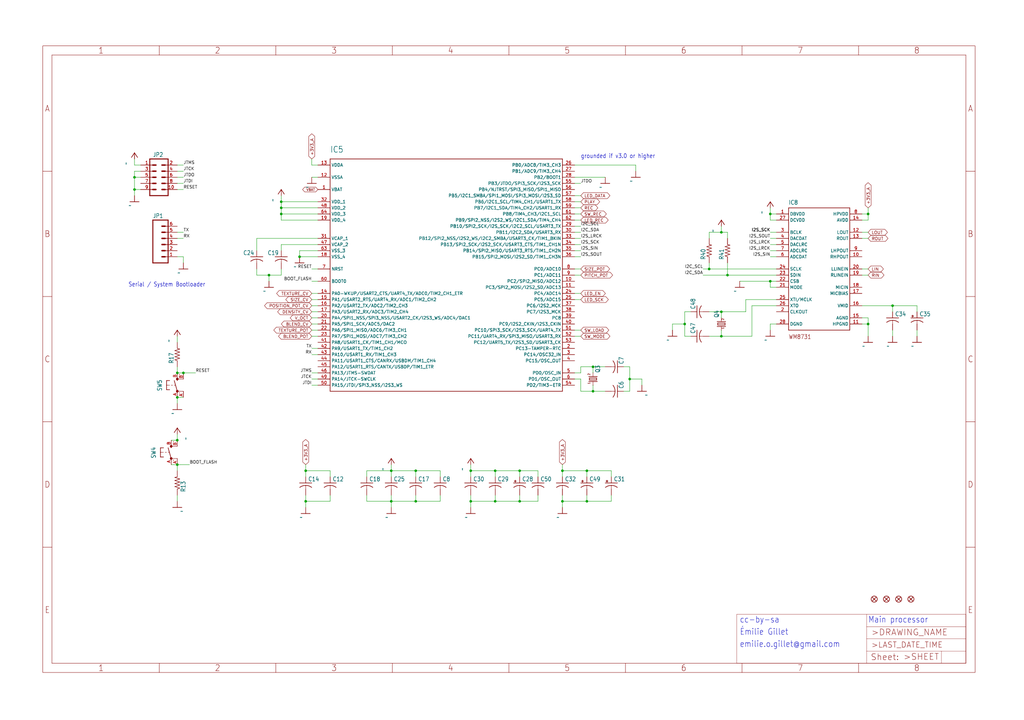
<source format=kicad_sch>
(kicad_sch (version 20211123) (generator eeschema)
  (paper "User" 425.45 299.161)
  (lib_symbols
    (symbol "clouds_v30-eagle-import:+3V3" (power)
      (property "Value" "+3V3" (at -2.54 -5.08 90))
      (symbol "+3V3_1_0"
        (pin power_in line (at 0 -2.54 90) (length 2.54) (name "+3V3") (number "1"))
      )
    )
    (symbol "clouds_v30-eagle-import:A3L-LOC"
      (symbol "A3L-LOC_1_0"
        (text "1" (at 24.2094 1.905 0) (effects (font (size 2.54 2.286))))
        (text "1" (at 24.2094 258.445 0) (effects (font (size 2.54 2.286))))
        (text "2" (at 72.6281 1.905 0) (effects (font (size 2.54 2.286))))
        (text "2" (at 72.6281 258.445 0) (effects (font (size 2.54 2.286))))
        (text "3" (at 121.0469 1.905 0) (effects (font (size 2.54 2.286))))
        (text "3" (at 121.0469 258.445 0) (effects (font (size 2.54 2.286))))
        (text "4" (at 169.4656 1.905 0) (effects (font (size 2.54 2.286))))
        (text "4" (at 169.4656 258.445 0) (effects (font (size 2.54 2.286))))
        (text "5" (at 217.8844 1.905 0) (effects (font (size 2.54 2.286))))
        (text "5" (at 217.8844 258.445 0) (effects (font (size 2.54 2.286))))
        (text "6" (at 266.3031 1.905 0) (effects (font (size 2.54 2.286))))
        (text "6" (at 266.3031 258.445 0) (effects (font (size 2.54 2.286))))
        (text "7" (at 314.7219 1.905 0) (effects (font (size 2.54 2.286))))
        (text "7" (at 314.7219 258.445 0) (effects (font (size 2.54 2.286))))
        (text "8" (at 363.1406 1.905 0) (effects (font (size 2.54 2.286))))
        (text "8" (at 363.1406 258.445 0) (effects (font (size 2.54 2.286))))
        (text ">DRAWING_NAME" (at 344.17 15.24 0) (effects (font (size 2.54 2.54)) (justify left bottom)))
        (text ">LAST_DATE_TIME" (at 344.17 10.16 0) (effects (font (size 2.286 2.286)) (justify left bottom)))
        (text ">SHEET" (at 357.505 5.08 0) (effects (font (size 2.54 2.54)) (justify left bottom)))
        (text "A" (at 1.905 234.315 0) (effects (font (size 2.54 2.286))))
        (text "A" (at 385.445 234.315 0) (effects (font (size 2.54 2.286))))
        (text "B" (at 1.905 182.245 0) (effects (font (size 2.54 2.286))))
        (text "B" (at 385.445 182.245 0) (effects (font (size 2.54 2.286))))
        (text "C" (at 1.905 130.175 0) (effects (font (size 2.54 2.286))))
        (text "C" (at 385.445 130.175 0) (effects (font (size 2.54 2.286))))
        (text "D" (at 1.905 78.105 0) (effects (font (size 2.54 2.286))))
        (text "D" (at 385.445 78.105 0) (effects (font (size 2.54 2.286))))
        (text "E" (at 1.905 26.035 0) (effects (font (size 2.54 2.286))))
        (text "E" (at 385.445 26.035 0) (effects (font (size 2.54 2.286))))
        (text "Sheet:" (at 343.916 4.953 0) (effects (font (size 2.54 2.54)) (justify left bottom)))
      )
    )
    (symbol "clouds_v30-eagle-import:C-USC0603"
      (property "Reference" "C" (at 1.016 0.635 0))
      (property "Value" "C-USC0603" (at 1.016 -4.191 0))
      (symbol "C-USC0603_1_0"
        (pin passive line (at 0 2.54 270) (length 2.54) (name "1") (number "1"))
        (pin passive line (at 0 -5.08 90) (length 2.54) (name "2") (number "2"))
      )
    )
    (symbol "clouds_v30-eagle-import:C-USC0805"
      (property "Reference" "C" (at 1.016 0.635 0))
      (property "Value" "C-USC0805" (at 1.016 -4.191 0))
      (symbol "C-USC0805_1_0"
        (pin passive line (at 0 2.54 270) (length 2.54) (name "1") (number "1"))
        (pin passive line (at 0 -5.08 90) (length 2.54) (name "2") (number "2"))
      )
    )
    (symbol "clouds_v30-eagle-import:CPOL-USA"
      (property "Reference" "C" (at 1.016 0.635 0))
      (property "Value" "CPOL-USA" (at 1.016 -4.191 0))
      (symbol "CPOL-USA_1_0"
        (pin passive line (at 0 2.54 270) (length 2.54) (name "+") (number "+"))
        (pin passive line (at 0 -5.08 90) (length 2.54) (name "-") (number "-"))
      )
    )
    (symbol "clouds_v30-eagle-import:CPOL-USB"
      (property "Reference" "C" (at 1.016 0.635 0))
      (property "Value" "CPOL-USB" (at 1.016 -4.191 0))
      (symbol "CPOL-USB_1_0"
        (pin passive line (at 0 2.54 270) (length 2.54) (name "+") (number "+"))
        (pin passive line (at 0 -5.08 90) (length 2.54) (name "-") (number "-"))
      )
    )
    (symbol "clouds_v30-eagle-import:CRYSTALHC49UP"
      (property "Reference" "Q" (at 2.54 1.016 0))
      (property "Value" "CRYSTALHC49UP" (at 2.54 -2.54 0))
      (symbol "CRYSTALHC49UP_1_0"
        (text "1" (at -2.159 -1.143 0) (effects (font (size 0.8636 0.734)) (justify left bottom)))
        (text "2" (at 1.524 -1.143 0) (effects (font (size 0.8636 0.734)) (justify left bottom)))
        (pin passive line (at -2.54 0 0) (length 0) (name "1") (number "1"))
        (pin passive line (at 2.54 0 180) (length 0) (name "2") (number "2"))
      )
    )
    (symbol "clouds_v30-eagle-import:EVQQ2"
      (property "Value" "EVQQ2" (at -3.81 3.175 90))
      (symbol "EVQQ2_1_0"
        (pin passive line (at 0 -5.08 90) (length 2.54) (name "P") (number "A"))
        (pin passive line (at 2.54 -5.08 90) (length 2.54) (name "P1") (number "A'"))
        (pin passive line (at 0 5.08 270) (length 2.54) (name "S") (number "B"))
        (pin passive line (at 2.54 5.08 270) (length 2.54) (name "S1") (number "B'"))
      )
    )
    (symbol "clouds_v30-eagle-import:FIDUCIAL1X2")
    (symbol "clouds_v30-eagle-import:GND" (power)
      (property "Value" "GND" (at -2.54 -2.54 0))
      (symbol "GND_1_0"
        (pin power_in line (at 0 2.54 270) (length 2.54) (name "GND") (number "1"))
      )
    )
    (symbol "clouds_v30-eagle-import:M05X2MINIJTAG"
      (property "Reference" "JP" (at -2.54 8.382 0))
      (property "Value" "M05X2MINIJTAG" (at -2.54 -10.16 0))
      (symbol "M05X2MINIJTAG_1_0"
        (pin passive line (at -7.62 5.08 0) (length 5.08) (name "1") (number "1"))
        (pin passive line (at 7.62 -5.08 180) (length 5.08) (name "10") (number "10"))
        (pin passive line (at 7.62 5.08 180) (length 5.08) (name "2") (number "2"))
        (pin passive line (at -7.62 2.54 0) (length 5.08) (name "3") (number "3"))
        (pin passive line (at 7.62 2.54 180) (length 5.08) (name "4") (number "4"))
        (pin passive line (at -7.62 0 0) (length 5.08) (name "5") (number "5"))
        (pin passive line (at 7.62 0 180) (length 5.08) (name "6") (number "6"))
        (pin passive line (at -7.62 -2.54 0) (length 5.08) (name "7") (number "7"))
        (pin passive line (at 7.62 -2.54 180) (length 5.08) (name "8") (number "8"))
        (pin passive line (at -7.62 -5.08 0) (length 5.08) (name "9") (number "9"))
      )
    )
    (symbol "clouds_v30-eagle-import:M06SIP"
      (property "Reference" "JP" (at -5.08 10.922 0))
      (property "Value" "M06SIP" (at -5.08 -10.16 0))
      (symbol "M06SIP_1_0"
        (pin passive line (at 5.08 -5.08 180) (length 5.08) (name "1") (number "1"))
        (pin passive line (at 5.08 -2.54 180) (length 5.08) (name "2") (number "2"))
        (pin passive line (at 5.08 0 180) (length 5.08) (name "3") (number "3"))
        (pin passive line (at 5.08 2.54 180) (length 5.08) (name "4") (number "4"))
        (pin passive line (at 5.08 5.08 180) (length 5.08) (name "5") (number "5"))
        (pin passive line (at 5.08 7.62 180) (length 5.08) (name "6") (number "6"))
      )
    )
    (symbol "clouds_v30-eagle-import:R-US_R0603"
      (property "Reference" "R" (at -3.81 1.4986 0))
      (property "Value" "R-US_R0603" (at -3.81 -3.302 0))
      (symbol "R-US_R0603_1_0"
        (pin passive line (at -5.08 0 0) (length 2.54) (name "1") (number "1"))
        (pin passive line (at 5.08 0 180) (length 2.54) (name "2") (number "2"))
      )
    )
    (symbol "clouds_v30-eagle-import:STM32F20X"
      (property "Reference" "UC" (at -48.26 50.8 0))
      (property "Value" "STM32F20X" (at -48.26 -53.34 0))
      (symbol "STM32F20X_1_0"
        (pin power_in line (at -53.34 35.56 0) (length 5.08) (name "VBAT") (number "1"))
        (pin bidirectional line (at 53.34 -2.54 180) (length 5.08) (name "PC2/SPI2_MISO/ADC12") (number "10"))
        (pin bidirectional line (at 53.34 -5.08 180) (length 5.08) (name "PC3/SPI2_MOSI/I2S2_SD/ADC13") (number "11"))
        (pin power_in line (at -53.34 40.64 0) (length 5.08) (name "VSSA") (number "12"))
        (pin power_in line (at -53.34 45.72 0) (length 5.08) (name "VDDA") (number "13"))
        (pin bidirectional line (at -53.34 -7.62 0) (length 5.08) (name "PA0-WKUP/USART2_CTS/UART4_TX/ADC0/TIM2_CH1_ETR") (number "14"))
        (pin bidirectional line (at -53.34 -10.16 0) (length 5.08) (name "PA1/USART2_RTS/UART4_RX/ADC1/TIM2_CH2") (number "15"))
        (pin bidirectional line (at -53.34 -12.7 0) (length 5.08) (name "PA2/USART2_TX/ADC2/TIM2_CH3") (number "16"))
        (pin bidirectional line (at -53.34 -15.24 0) (length 5.08) (name "PA3/USART2_RX/ADC3/TIM2_CH4") (number "17"))
        (pin power_in line (at -53.34 7.62 0) (length 5.08) (name "VSS_4") (number "18"))
        (pin power_in line (at -53.34 22.86 0) (length 5.08) (name "VDD_4") (number "19"))
        (pin bidirectional line (at 53.34 -30.48 180) (length 5.08) (name "PC13-TAMPER-RTC") (number "2"))
        (pin bidirectional line (at -53.34 -17.78 0) (length 5.08) (name "PA4/SPI1_NSS/SPI3_NSS/USART2_CK/I2S3_WS/ADC4/DAC1") (number "20"))
        (pin bidirectional line (at -53.34 -20.32 0) (length 5.08) (name "PA5/SPI1_SCK/ADC5/DAC2") (number "21"))
        (pin bidirectional line (at -53.34 -22.86 0) (length 5.08) (name "PA6/SPI1_MISO/ADC6/TIM3_CH1") (number "22"))
        (pin bidirectional line (at -53.34 -25.4 0) (length 5.08) (name "PA7/SPI1_MOSI/ADC7/TIM3_CH2") (number "23"))
        (pin bidirectional line (at 53.34 -7.62 180) (length 5.08) (name "PC4/ADC14") (number "24"))
        (pin bidirectional line (at 53.34 -10.16 180) (length 5.08) (name "PC5/ADC15") (number "25"))
        (pin bidirectional line (at 53.34 45.72 180) (length 5.08) (name "PB0/ADC8/TIM3_CH3") (number "26"))
        (pin bidirectional line (at 53.34 43.18 180) (length 5.08) (name "PB1/ADC9/TIM3_CH4") (number "27"))
        (pin bidirectional line (at 53.34 40.64 180) (length 5.08) (name "PB2/BOOT1") (number "28"))
        (pin bidirectional line (at 53.34 20.32 180) (length 5.08) (name "PB10/SPI2_SCK/I2S_SCK/I2C2_SCL/USART3_TX") (number "29"))
        (pin bidirectional line (at 53.34 -33.02 180) (length 5.08) (name "PC14/OSC32_IN") (number "3"))
        (pin bidirectional line (at 53.34 17.78 180) (length 5.08) (name "PB11/I2C2_SDA/USART3_RX") (number "30"))
        (pin power_in line (at -53.34 15.24 0) (length 5.08) (name "VCAP_1") (number "31"))
        (pin power_in line (at -53.34 30.48 0) (length 5.08) (name "VDD_1") (number "32"))
        (pin bidirectional line (at 53.34 15.24 180) (length 5.08) (name "PB12/SPI2_NSS/I2S2_WS/I2C2_SMBA/USART3_CK/TIM1_BKIN") (number "33"))
        (pin bidirectional line (at 53.34 12.7 180) (length 5.08) (name "PB13/SPI2_SCK/I2S2_SCK/USART3_CTS/TIM1_CH1N") (number "34"))
        (pin bidirectional line (at 53.34 10.16 180) (length 5.08) (name "PB14/SPI2_MISO/USART3_RTS/TIM1_CH2N") (number "35"))
        (pin bidirectional line (at 53.34 7.62 180) (length 5.08) (name "PB15/SPI2_MOSI/I2S2_SD/TIM1_CH3N") (number "36"))
        (pin bidirectional line (at 53.34 -12.7 180) (length 5.08) (name "PC6/I2S2_MCK") (number "37"))
        (pin bidirectional line (at 53.34 -15.24 180) (length 5.08) (name "PC7/I2S3_MCK") (number "38"))
        (pin bidirectional line (at 53.34 -17.78 180) (length 5.08) (name "PC8") (number "39"))
        (pin bidirectional line (at 53.34 -35.56 180) (length 5.08) (name "PC15/OSC_OUT") (number "4"))
        (pin bidirectional line (at 53.34 -20.32 180) (length 5.08) (name "PC9/I2S2_CKIN/I2S3_CKIN") (number "40"))
        (pin bidirectional line (at -53.34 -27.94 0) (length 5.08) (name "PA8/USART1_CK/TIM1_CH1/MCO") (number "41"))
        (pin bidirectional line (at -53.34 -30.48 0) (length 5.08) (name "PA9/USART1_TX/TIM1_CH2") (number "42"))
        (pin bidirectional line (at -53.34 -33.02 0) (length 5.08) (name "PA10/USART1_RX/TIM1_CH3") (number "43"))
        (pin bidirectional line (at -53.34 -35.56 0) (length 5.08) (name "PA11/USART1_CTS/CANRX/USBDM/TIM1_CH4") (number "44"))
        (pin bidirectional line (at -53.34 -38.1 0) (length 5.08) (name "PA12/USART1_RTS/CANTX/USBDP/TIM1_ETR") (number "45"))
        (pin bidirectional line (at -53.34 -40.64 0) (length 5.08) (name "PA13/JTMS-SWDAT") (number "46"))
        (pin power_in line (at -53.34 12.7 0) (length 5.08) (name "VCAP_2") (number "47"))
        (pin power_in line (at -53.34 27.94 0) (length 5.08) (name "VDD_2") (number "48"))
        (pin bidirectional line (at -53.34 -43.18 0) (length 5.08) (name "PA14/JTCK-SWCLK") (number "49"))
        (pin bidirectional line (at 53.34 -40.64 180) (length 5.08) (name "PD0/OSC_IN") (number "5"))
        (pin bidirectional line (at -53.34 -45.72 0) (length 5.08) (name "PA15/JTDI/SPI3_NSS/I2S3_WS") (number "50"))
        (pin bidirectional line (at 53.34 -22.86 180) (length 5.08) (name "PC10/SPI3_SCK/I2S3_SCK/UART4_TX") (number "51"))
        (pin bidirectional line (at 53.34 -25.4 180) (length 5.08) (name "PC11/UART4_RX/SPI3_MISO/USART3_RX") (number "52"))
        (pin bidirectional line (at 53.34 -27.94 180) (length 5.08) (name "PC12/UART5_TX/I2S3_SD/USART3_CK") (number "53"))
        (pin bidirectional line (at 53.34 -45.72 180) (length 5.08) (name "PD2/TIM3-ETR") (number "54"))
        (pin bidirectional line (at 53.34 38.1 180) (length 5.08) (name "PB3/JTDO/SPI3_SCK/I2S3_SCK") (number "55"))
        (pin bidirectional line (at 53.34 35.56 180) (length 5.08) (name "PB4/NJTRST/SPI3_MISO/SPI1_MISO") (number "56"))
        (pin bidirectional line (at 53.34 33.02 180) (length 5.08) (name "PB5/I2C1_SMBA/SPI1_MOSI/SPI3_MOSI/I2S3_SD") (number "57"))
        (pin bidirectional line (at 53.34 30.48 180) (length 5.08) (name "PB6/I2C1_SCL/TIM4_CH1/USART1_TX") (number "58"))
        (pin bidirectional line (at 53.34 27.94 180) (length 5.08) (name "PB7/I2C1_SDA/TIM4_CH2/USART1_RX") (number "59"))
        (pin bidirectional line (at 53.34 -43.18 180) (length 5.08) (name "PD1/OSC_OUT") (number "6"))
        (pin bidirectional line (at -53.34 -2.54 0) (length 5.08) (name "BOOT0") (number "60"))
        (pin bidirectional line (at 53.34 25.4 180) (length 5.08) (name "PB8/TIM4_CH3/I2C1_SCL") (number "61"))
        (pin bidirectional line (at 53.34 22.86 180) (length 5.08) (name "PB9/SPI2_NSS/I2S2_WS/I2C1_SDA/TIM4_CH4") (number "62"))
        (pin power_in line (at -53.34 10.16 0) (length 5.08) (name "VSS_3") (number "63"))
        (pin power_in line (at -53.34 25.4 0) (length 5.08) (name "VDD_3") (number "64"))
        (pin bidirectional line (at -53.34 2.54 0) (length 5.08) (name "NRST") (number "7"))
        (pin bidirectional line (at 53.34 2.54 180) (length 5.08) (name "PC0/ADC10") (number "8"))
        (pin bidirectional line (at 53.34 0 180) (length 5.08) (name "PC1/ADC11") (number "9"))
      )
    )
    (symbol "clouds_v30-eagle-import:WM8731"
      (property "Reference" "U" (at -12.7 26.67 0))
      (symbol "WM8731_1_0"
        (text "WM8731" (at -12.7 -29.21 0) (effects (font (size 1.778 1.5113)) (justify left bottom)))
        (pin bidirectional line (at -17.78 22.86 0) (length 5.08) (name "DBVDD") (number "1"))
        (pin bidirectional line (at 17.78 5.08 180) (length 5.08) (name "RHPOUT") (number "10"))
        (pin bidirectional line (at 17.78 -22.86 180) (length 5.08) (name "HPGND") (number "11"))
        (pin bidirectional line (at 17.78 15.24 180) (length 5.08) (name "LOUT") (number "12"))
        (pin bidirectional line (at 17.78 12.7 180) (length 5.08) (name "ROUT") (number "13"))
        (pin bidirectional line (at 17.78 20.32 180) (length 5.08) (name "AVDD") (number "14"))
        (pin bidirectional line (at 17.78 -20.32 180) (length 5.08) (name "AGND") (number "15"))
        (pin bidirectional line (at 17.78 -15.24 180) (length 5.08) (name "VMID") (number "16"))
        (pin bidirectional line (at 17.78 -10.16 180) (length 5.08) (name "MICBIAS") (number "17"))
        (pin bidirectional line (at 17.78 -7.62 180) (length 5.08) (name "MICIN") (number "18"))
        (pin bidirectional line (at 17.78 -2.54 180) (length 5.08) (name "RLINEIN") (number "19"))
        (pin bidirectional line (at -17.78 -17.78 0) (length 5.08) (name "CLKOUT") (number "2"))
        (pin bidirectional line (at 17.78 0 180) (length 5.08) (name "LLINEIN") (number "20"))
        (pin bidirectional line (at -17.78 -7.62 0) (length 5.08) (name "MODE") (number "21"))
        (pin bidirectional line (at -17.78 -5.08 0) (length 5.08) (name "CSB") (number "22"))
        (pin bidirectional line (at -17.78 -2.54 0) (length 5.08) (name "SDIN") (number "23"))
        (pin bidirectional line (at -17.78 0 0) (length 5.08) (name "SCLK") (number "24"))
        (pin bidirectional line (at -17.78 -12.7 0) (length 5.08) (name "XTI/MCLK") (number "25"))
        (pin bidirectional line (at -17.78 -15.24 0) (length 5.08) (name "XTO") (number "26"))
        (pin bidirectional line (at -17.78 20.32 0) (length 5.08) (name "DCVDD") (number "27"))
        (pin bidirectional line (at -17.78 -22.86 0) (length 5.08) (name "DGND") (number "28"))
        (pin bidirectional line (at -17.78 15.24 0) (length 5.08) (name "BCLK") (number "3"))
        (pin bidirectional line (at -17.78 12.7 0) (length 5.08) (name "DACDAT") (number "4"))
        (pin bidirectional line (at -17.78 10.16 0) (length 5.08) (name "DACLRC") (number "5"))
        (pin bidirectional line (at -17.78 5.08 0) (length 5.08) (name "ADCDAT") (number "6"))
        (pin bidirectional line (at -17.78 7.62 0) (length 5.08) (name "ADCLRC") (number "7"))
        (pin bidirectional line (at 17.78 22.86 180) (length 5.08) (name "HPVDD") (number "8"))
        (pin bidirectional line (at 17.78 7.62 180) (length 5.08) (name "LHPOUT") (number "9"))
      )
    )
  )
  (junction (at 243.84 195.58))
  (junction (at 370.84 127))
  (junction (at 116.84 86.36))
  (junction (at 299.72 96.52))
  (junction (at 261.62 157.48))
  (junction (at 205.74 208.28))
  (junction (at 73.66 182.88))
  (junction (at 116.84 83.82))
  (junction (at 233.68 208.28))
  (junction (at 162.56 195.58))
  (junction (at 195.58 195.58))
  (junction (at 299.72 129.54))
  (junction (at 246.38 162.56))
  (junction (at 302.26 114.3))
  (junction (at 299.72 139.7))
  (junction (at 320.04 88.9))
  (junction (at 233.68 195.58))
  (junction (at 215.9 208.28))
  (junction (at 55.88 78.74))
  (junction (at 127 208.28))
  (junction (at 205.74 195.58))
  (junction (at 124.46 106.68))
  (junction (at 76.2 154.94))
  (junction (at 73.66 193.04))
  (junction (at 73.66 165.1))
  (junction (at 360.68 88.9))
  (junction (at 116.84 88.9))
  (junction (at 162.56 208.28))
  (junction (at 246.38 152.4))
  (junction (at 360.68 134.62))
  (junction (at 294.64 111.76))
  (junction (at 172.72 208.28))
  (junction (at 73.66 154.94))
  (junction (at 55.88 73.66))
  (junction (at 215.9 195.58))
  (junction (at 195.58 208.28))
  (junction (at 284.48 134.62))
  (junction (at 320.04 116.84))
  (junction (at 172.72 195.58))
  (junction (at 243.84 208.28))
  (junction (at 111.76 114.3))
  (junction (at 127 195.58))
  (wire (pts (xy 322.58 96.52) (xy 320.04 96.52)))
  (wire (pts (xy 261.62 157.48) (xy 266.7 157.48)))
  (wire (pts (xy 129.54 129.54) (xy 132.08 129.54)))
  (wire (pts (xy 162.56 198.12) (xy 162.56 195.58)))
  (wire (pts (xy 106.68 99.06) (xy 132.08 99.06)))
  (wire (pts (xy 233.68 208.28) (xy 243.84 208.28)))
  (wire (pts (xy 58.42 71.12) (xy 55.88 71.12)))
  (wire (pts (xy 246.38 162.56) (xy 241.3 162.56)))
  (wire (pts (xy 320.04 119.38) (xy 322.58 119.38)))
  (wire (pts (xy 264.16 68.58) (xy 264.16 71.12)))
  (wire (pts (xy 73.66 165.1) (xy 73.66 167.64)))
  (wire (pts (xy 294.64 109.22) (xy 294.64 111.76)))
  (wire (pts (xy 238.76 124.46) (xy 241.3 124.46)))
  (wire (pts (xy 195.58 205.74) (xy 195.58 208.28)))
  (wire (pts (xy 195.58 193.04) (xy 195.58 195.58)))
  (wire (pts (xy 152.4 198.12) (xy 152.4 195.58)))
  (wire (pts (xy 238.76 114.3) (xy 241.3 114.3)))
  (wire (pts (xy 312.42 127) (xy 322.58 127)))
  (wire (pts (xy 238.76 91.44) (xy 241.3 91.44)))
  (wire (pts (xy 205.74 208.28) (xy 215.9 208.28)))
  (wire (pts (xy 106.68 114.3) (xy 111.76 114.3)))
  (wire (pts (xy 132.08 132.08) (xy 129.54 132.08)))
  (wire (pts (xy 238.76 154.94) (xy 241.3 154.94)))
  (wire (pts (xy 132.08 157.48) (xy 129.54 157.48)))
  (wire (pts (xy 238.76 106.68) (xy 241.3 106.68)))
  (wire (pts (xy 320.04 116.84) (xy 320.04 119.38)))
  (wire (pts (xy 127 193.04) (xy 127 195.58)))
  (wire (pts (xy 73.66 78.74) (xy 76.2 78.74)))
  (wire (pts (xy 238.76 76.2) (xy 241.3 76.2)))
  (wire (pts (xy 243.84 195.58) (xy 243.84 198.12)))
  (wire (pts (xy 238.76 139.7) (xy 241.3 139.7)))
  (wire (pts (xy 73.66 99.06) (xy 76.2 99.06)))
  (wire (pts (xy 381 137.16) (xy 381 139.7)))
  (wire (pts (xy 320.04 104.14) (xy 322.58 104.14)))
  (wire (pts (xy 182.88 208.28) (xy 182.88 205.74)))
  (wire (pts (xy 261.62 152.4) (xy 261.62 157.48)))
  (wire (pts (xy 132.08 104.14) (xy 124.46 104.14)))
  (wire (pts (xy 238.76 83.82) (xy 241.3 83.82)))
  (wire (pts (xy 243.84 195.58) (xy 254 195.58)))
  (wire (pts (xy 58.42 73.66) (xy 55.88 73.66)))
  (wire (pts (xy 251.46 162.56) (xy 246.38 162.56)))
  (wire (pts (xy 162.56 210.82) (xy 162.56 208.28)))
  (wire (pts (xy 106.68 104.14) (xy 106.68 99.06)))
  (wire (pts (xy 116.84 88.9) (xy 116.84 91.44)))
  (wire (pts (xy 302.26 114.3) (xy 292.1 114.3)))
  (wire (pts (xy 358.14 134.62) (xy 360.68 134.62)))
  (wire (pts (xy 322.58 91.44) (xy 320.04 91.44)))
  (wire (pts (xy 132.08 83.82) (xy 116.84 83.82)))
  (wire (pts (xy 152.4 208.28) (xy 162.56 208.28)))
  (wire (pts (xy 238.76 121.92) (xy 241.3 121.92)))
  (wire (pts (xy 215.9 208.28) (xy 215.9 205.74)))
  (wire (pts (xy 215.9 195.58) (xy 215.9 198.12)))
  (wire (pts (xy 132.08 116.84) (xy 129.54 116.84)))
  (wire (pts (xy 358.14 111.76) (xy 360.68 111.76)))
  (wire (pts (xy 294.64 129.54) (xy 299.72 129.54)))
  (wire (pts (xy 238.76 88.9) (xy 241.3 88.9)))
  (wire (pts (xy 182.88 195.58) (xy 182.88 198.12)))
  (wire (pts (xy 358.14 96.52) (xy 360.68 96.52)))
  (wire (pts (xy 233.68 205.74) (xy 233.68 208.28)))
  (wire (pts (xy 358.14 88.9) (xy 360.68 88.9)))
  (wire (pts (xy 358.14 132.08) (xy 360.68 132.08)))
  (wire (pts (xy 111.76 114.3) (xy 116.84 114.3)))
  (wire (pts (xy 127 208.28) (xy 127 210.82)))
  (wire (pts (xy 172.72 208.28) (xy 172.72 205.74)))
  (wire (pts (xy 358.14 91.44) (xy 360.68 91.44)))
  (wire (pts (xy 137.16 195.58) (xy 137.16 198.12)))
  (wire (pts (xy 172.72 195.58) (xy 182.88 195.58)))
  (wire (pts (xy 195.58 195.58) (xy 205.74 195.58)))
  (wire (pts (xy 172.72 208.28) (xy 182.88 208.28)))
  (wire (pts (xy 279.4 134.62) (xy 279.4 137.16)))
  (wire (pts (xy 76.2 154.94) (xy 81.28 154.94)))
  (wire (pts (xy 233.68 208.28) (xy 233.68 210.82)))
  (wire (pts (xy 162.56 205.74) (xy 162.56 208.28)))
  (wire (pts (xy 358.14 127) (xy 370.84 127)))
  (wire (pts (xy 309.88 129.54) (xy 309.88 124.46)))
  (wire (pts (xy 233.68 195.58) (xy 233.68 193.04)))
  (wire (pts (xy 205.74 208.28) (xy 205.74 205.74)))
  (wire (pts (xy 238.76 99.06) (xy 241.3 99.06)))
  (wire (pts (xy 322.58 134.62) (xy 320.04 134.62)))
  (wire (pts (xy 124.46 104.14) (xy 124.46 106.68)))
  (wire (pts (xy 132.08 124.46) (xy 129.54 124.46)))
  (wire (pts (xy 381 127) (xy 381 129.54)))
  (wire (pts (xy 238.76 104.14) (xy 241.3 104.14)))
  (wire (pts (xy 246.38 152.4) (xy 246.38 154.94)))
  (wire (pts (xy 132.08 139.7) (xy 129.54 139.7)))
  (wire (pts (xy 116.84 101.6) (xy 132.08 101.6)))
  (wire (pts (xy 132.08 154.94) (xy 129.54 154.94)))
  (wire (pts (xy 195.58 208.28) (xy 205.74 208.28)))
  (wire (pts (xy 223.52 208.28) (xy 223.52 205.74)))
  (wire (pts (xy 241.3 154.94) (xy 241.3 152.4)))
  (wire (pts (xy 116.84 104.14) (xy 116.84 101.6)))
  (wire (pts (xy 132.08 121.92) (xy 129.54 121.92)))
  (wire (pts (xy 58.42 78.74) (xy 55.88 78.74)))
  (wire (pts (xy 254 195.58) (xy 254 198.12)))
  (wire (pts (xy 55.88 68.58) (xy 55.88 66.04)))
  (wire (pts (xy 287.02 129.54) (xy 284.48 129.54)))
  (wire (pts (xy 58.42 68.58) (xy 55.88 68.58)))
  (wire (pts (xy 360.68 91.44) (xy 360.68 88.9)))
  (wire (pts (xy 302.26 96.52) (xy 299.72 96.52)))
  (wire (pts (xy 116.84 83.82) (xy 116.84 86.36)))
  (wire (pts (xy 162.56 195.58) (xy 172.72 195.58)))
  (wire (pts (xy 132.08 147.32) (xy 129.54 147.32)))
  (wire (pts (xy 320.04 101.6) (xy 322.58 101.6)))
  (wire (pts (xy 73.66 76.2) (xy 76.2 76.2)))
  (wire (pts (xy 73.66 152.4) (xy 73.66 154.94)))
  (wire (pts (xy 254 208.28) (xy 254 205.74)))
  (wire (pts (xy 233.68 195.58) (xy 243.84 195.58)))
  (wire (pts (xy 299.72 96.52) (xy 294.64 96.52)))
  (wire (pts (xy 73.66 195.58) (xy 73.66 193.04)))
  (wire (pts (xy 55.88 78.74) (xy 55.88 81.28)))
  (wire (pts (xy 106.68 111.76) (xy 106.68 114.3)))
  (wire (pts (xy 370.84 127) (xy 381 127)))
  (wire (pts (xy 322.58 114.3) (xy 302.26 114.3)))
  (wire (pts (xy 132.08 144.78) (xy 129.54 144.78)))
  (wire (pts (xy 132.08 160.02) (xy 129.54 160.02)))
  (wire (pts (xy 116.84 88.9) (xy 132.08 88.9)))
  (wire (pts (xy 294.64 139.7) (xy 299.72 139.7)))
  (wire (pts (xy 246.38 162.56) (xy 246.38 160.02)))
  (wire (pts (xy 243.84 208.28) (xy 243.84 205.74)))
  (wire (pts (xy 320.04 99.06) (xy 322.58 99.06)))
  (wire (pts (xy 302.26 109.22) (xy 302.26 114.3)))
  (wire (pts (xy 299.72 139.7) (xy 299.72 137.16)))
  (wire (pts (xy 284.48 134.62) (xy 279.4 134.62)))
  (wire (pts (xy 55.88 73.66) (xy 55.88 78.74)))
  (wire (pts (xy 241.3 152.4) (xy 246.38 152.4)))
  (wire (pts (xy 132.08 106.68) (xy 124.46 106.68)))
  (wire (pts (xy 266.7 157.48) (xy 266.7 160.02)))
  (wire (pts (xy 127 208.28) (xy 137.16 208.28)))
  (wire (pts (xy 238.76 93.98) (xy 241.3 93.98)))
  (wire (pts (xy 238.76 81.28) (xy 241.3 81.28)))
  (wire (pts (xy 71.12 193.04) (xy 73.66 193.04)))
  (wire (pts (xy 215.9 208.28) (xy 223.52 208.28)))
  (wire (pts (xy 294.64 99.06) (xy 294.64 96.52)))
  (wire (pts (xy 238.76 68.58) (xy 264.16 68.58)))
  (wire (pts (xy 360.68 132.08) (xy 360.68 134.62)))
  (wire (pts (xy 299.72 129.54) (xy 309.88 129.54)))
  (wire (pts (xy 238.76 86.36) (xy 241.3 86.36)))
  (wire (pts (xy 360.68 134.62) (xy 360.68 139.7)))
  (wire (pts (xy 251.46 152.4) (xy 246.38 152.4)))
  (wire (pts (xy 292.1 111.76) (xy 294.64 111.76)))
  (wire (pts (xy 358.14 114.3) (xy 360.68 114.3)))
  (wire (pts (xy 299.72 129.54) (xy 299.72 132.08)))
  (wire (pts (xy 243.84 208.28) (xy 254 208.28)))
  (wire (pts (xy 162.56 195.58) (xy 162.56 193.04)))
  (wire (pts (xy 152.4 195.58) (xy 162.56 195.58)))
  (wire (pts (xy 152.4 205.74) (xy 152.4 208.28)))
  (wire (pts (xy 116.84 111.76) (xy 116.84 114.3)))
  (wire (pts (xy 205.74 195.58) (xy 215.9 195.58)))
  (wire (pts (xy 132.08 137.16) (xy 129.54 137.16)))
  (wire (pts (xy 294.64 111.76) (xy 322.58 111.76)))
  (wire (pts (xy 73.66 139.7) (xy 73.66 142.24)))
  (wire (pts (xy 172.72 195.58) (xy 172.72 198.12)))
  (wire (pts (xy 261.62 162.56) (xy 259.08 162.56)))
  (wire (pts (xy 73.66 71.12) (xy 76.2 71.12)))
  (wire (pts (xy 73.66 193.04) (xy 78.74 193.04)))
  (wire (pts (xy 73.66 106.68) (xy 76.2 106.68)))
  (wire (pts (xy 223.52 195.58) (xy 223.52 198.12)))
  (wire (pts (xy 259.08 152.4) (xy 261.62 152.4)))
  (wire (pts (xy 132.08 134.62) (xy 129.54 134.62)))
  (wire (pts (xy 111.76 116.84) (xy 111.76 114.3)))
  (wire (pts (xy 360.68 88.9) (xy 360.68 86.36)))
  (wire (pts (xy 205.74 198.12) (xy 205.74 195.58)))
  (wire (pts (xy 320.04 88.9) (xy 320.04 86.36)))
  (wire (pts (xy 162.56 208.28) (xy 172.72 208.28)))
  (wire (pts (xy 284.48 129.54) (xy 284.48 134.62)))
  (wire (pts (xy 73.66 205.74) (xy 73.66 208.28)))
  (wire (pts (xy 73.66 68.58) (xy 76.2 68.58)))
  (wire (pts (xy 238.76 101.6) (xy 241.3 101.6)))
  (wire (pts (xy 320.04 91.44) (xy 320.04 88.9)))
  (wire (pts (xy 127 205.74) (xy 127 208.28)))
  (wire (pts (xy 215.9 195.58) (xy 223.52 195.58)))
  (wire (pts (xy 195.58 195.58) (xy 195.58 198.12)))
  (wire (pts (xy 137.16 208.28) (xy 137.16 205.74)))
  (wire (pts (xy 55.88 71.12) (xy 55.88 73.66)))
  (wire (pts (xy 241.3 162.56) (xy 241.3 157.48)))
  (wire (pts (xy 299.72 96.52) (xy 299.72 93.98)))
  (wire (pts (xy 132.08 73.66) (xy 129.54 73.66)))
  (wire (pts (xy 370.84 137.16) (xy 370.84 139.7)))
  (wire (pts (xy 238.76 96.52) (xy 241.3 96.52)))
  (wire (pts (xy 132.08 127) (xy 129.54 127)))
  (wire (pts (xy 358.14 99.06) (xy 360.68 99.06)))
  (wire (pts (xy 116.84 83.82) (xy 116.84 81.28)))
  (wire (pts (xy 233.68 198.12) (xy 233.68 195.58)))
  (wire (pts (xy 132.08 111.76) (xy 129.54 111.76)))
  (wire (pts (xy 299.72 139.7) (xy 312.42 139.7)))
  (wire (pts (xy 116.84 86.36) (xy 132.08 86.36)))
  (wire (pts (xy 320.04 134.62) (xy 320.04 137.16)))
  (wire (pts (xy 284.48 139.7) (xy 287.02 139.7)))
  (wire (pts (xy 73.66 165.1) (xy 76.2 165.1)))
  (wire (pts (xy 127 195.58) (xy 137.16 195.58)))
  (wire (pts (xy 238.76 73.66) (xy 251.46 73.66)))
  (wire (pts (xy 320.04 116.84) (xy 307.34 116.84)))
  (wire (pts (xy 73.66 73.66) (xy 76.2 73.66)))
  (wire (pts (xy 127 195.58) (xy 127 198.12)))
  (wire (pts (xy 73.66 154.94) (xy 76.2 154.94)))
  (wire (pts (xy 320.04 106.68) (xy 322.58 106.68)))
  (wire (pts (xy 116.84 86.36) (xy 116.84 88.9)))
  (wire (pts (xy 312.42 139.7) (xy 312.42 127)))
  (wire (pts (xy 73.66 96.52) (xy 76.2 96.52)))
  (wire (pts (xy 238.76 111.76) (xy 241.3 111.76)))
  (wire (pts (xy 132.08 68.58) (xy 129.54 68.58)))
  (wire (pts (xy 71.12 182.88) (xy 73.66 182.88)))
  (wire (pts (xy 129.54 68.58) (xy 129.54 66.04)))
  (wire (pts (xy 309.88 124.46) (xy 322.58 124.46)))
  (wire (pts (xy 73.66 180.34) (xy 73.66 182.88)))
  (wire (pts (xy 76.2 106.68) (xy 76.2 109.22)))
  (wire (pts (xy 195.58 208.28) (xy 195.58 210.82)))
  (wire (pts (xy 261.62 157.48) (xy 261.62 162.56)))
  (wire (pts (xy 116.84 91.44) (xy 132.08 91.44)))
  (wire (pts (xy 322.58 88.9) (xy 320.04 88.9)))
  (wire (pts (xy 302.26 99.06) (xy 302.26 96.52)))
  (wire (pts (xy 370.84 127) (xy 370.84 129.54)))
  (wire (pts (xy 238.76 137.16) (xy 241.3 137.16)))
  (wire (pts (xy 284.48 134.62) (xy 284.48 139.7)))
  (wire (pts (xy 241.3 157.48) (xy 238.76 157.48)))
  (wire (pts (xy 322.58 116.84) (xy 320.04 116.84)))
  (text "cc-by-sa" (at 307.34 259.08 180) (effects (font (size 2.54 2.159)) (justify left bottom)))
  (text "Émilie Gillet" (at 307.34 264.16 180) (effects (font (size 2.54 2.159)) (justify left bottom)))
  (text "emilie.o.gillet@gmail.com" (at 307.34 269.24 180) (effects (font (size 2.54 2.159)) (justify left bottom)))
  (text "Main processor" (at 360.68 259.08 180) (effects (font (size 2.54 2.159)) (justify left bottom)))
  (text "grounded if v3.0 or higher" (at 241.3 66.04 180) (effects (font (size 1.778 1.5113)) (justify left bottom)))
  (text "Serial / System Bootloader" (at 53.34 119.38 180) (effects (font (size 1.778 1.5113)) (justify left bottom)))
  (label "I2S_SOUT" (at 320.04 99.06 180) (effects (font (size 1.2446 1.2446))))
  (label "I2C_SCL" (at 292.1 111.76 180) (effects (font (size 1.2446 1.2446))))
  (label "I2S_SCK" (at 241.3 101.6 0) (effects (font (size 1.2446 1.2446))))
  (label "RESET" (at 129.54 111.76 180) (effects (font (size 1.2446 1.2446))))
  (label "I2S_SIN" (at 241.3 104.14 0) (effects (font (size 1.2446 1.2446))))
  (label "I2C_SDA" (at 292.1 114.3 180) (effects (font (size 1.2446 1.2446))))
  (label "I2S_LRCK" (at 320.04 104.14 180) (effects (font (size 1.2446 1.2446))))
  (label "JTMS" (at 76.2 68.58 0) (effects (font (size 1.2446 1.2446))))
  (label "I2S_SCK" (at 320.04 96.52 180) (effects (font (size 1.2446 1.2446))))
  (label "BOOT_FLASH" (at 129.54 116.84 180) (effects (font (size 1.2446 1.2446))))
  (label "RX" (at 129.54 147.32 180) (effects (font (size 1.2446 1.2446))))
  (label "JTDO" (at 76.2 73.66 0) (effects (font (size 1.2446 1.2446))))
  (label "RX" (at 76.2 99.06 0) (effects (font (size 1.2446 1.2446))))
  (label "I2S_SOUT" (at 241.3 106.68 0) (effects (font (size 1.2446 1.2446))))
  (label "TX" (at 129.54 144.78 180) (effects (font (size 1.2446 1.2446))))
  (label "TX" (at 76.2 96.52 0) (effects (font (size 1.2446 1.2446))))
  (label "I2S_SCK" (at 320.04 96.52 180) (effects (font (size 1.2446 1.2446))))
  (label "I2C_SCL" (at 241.3 93.98 0) (effects (font (size 1.2446 1.2446))))
  (label "JTCK" (at 76.2 71.12 0) (effects (font (size 1.2446 1.2446))))
  (label "I2C_SDA" (at 241.3 96.52 0) (effects (font (size 1.2446 1.2446))))
  (label "JTDI" (at 76.2 76.2 0) (effects (font (size 1.2446 1.2446))))
  (label "I2S_LRCK" (at 320.04 101.6 180) (effects (font (size 1.2446 1.2446))))
  (label "JTMS" (at 129.54 154.94 180) (effects (font (size 1.2446 1.2446))))
  (label "RESET" (at 76.2 78.74 0) (effects (font (size 1.2446 1.2446))))
  (label "JTDI" (at 129.54 160.02 180) (effects (font (size 1.2446 1.2446))))
  (label "BOOT_FLASH" (at 78.74 193.04 0) (effects (font (size 1.2446 1.2446))))
  (label "RESET" (at 81.28 154.94 0) (effects (font (size 1.2446 1.2446))))
  (label "JTCK" (at 129.54 157.48 180) (effects (font (size 1.2446 1.2446))))
  (label "I2S_SIN" (at 320.04 106.68 180) (effects (font (size 1.2446 1.2446))))
  (label "I2S_LRCK" (at 241.3 99.06 0) (effects (font (size 1.2446 1.2446))))
  (label "JTDO" (at 241.3 76.2 0) (effects (font (size 1.2446 1.2446))))
  (global_label "+3V3_A" (shape bidirectional) (at 360.68 86.36 90) (effects (font (size 1.2446 1.2446))) (property "Intersheet References" "${INTERSHEET_REFS}" (effects hide)))
  (global_label "LED_EN" (shape bidirectional) (at 241.3 121.92 0) (effects (font (size 1.2446 1.2446))) (property "Intersheet References" "${INTERSHEET_REFS}" (effects hide)))
  (global_label "TEXTURE_CV" (shape bidirectional) (at 129.54 121.92 180) (effects (font (size 1.2446 1.2446))) (property "Intersheet References" "${INTERSHEET_REFS}" (effects hide)))
  (global_label "LED_SCK" (shape bidirectional) (at 241.3 124.46 0) (effects (font (size 1.2446 1.2446))) (property "Intersheet References" "${INTERSHEET_REFS}" (effects hide)))
  (global_label "SIZE_CV" (shape bidirectional) (at 129.54 124.46 180) (effects (font (size 1.2446 1.2446))) (property "Intersheet References" "${INTERSHEET_REFS}" (effects hide)))
  (global_label "V_OCT" (shape bidirectional) (at 129.54 132.08 180) (effects (font (size 1.2446 1.2446))) (property "Intersheet References" "${INTERSHEET_REFS}" (effects hide)))
  (global_label "BLEND_CV" (shape bidirectional) (at 129.54 134.62 180) (effects (font (size 1.2446 1.2446))) (property "Intersheet References" "${INTERSHEET_REFS}" (effects hide)))
  (global_label "SW_REC" (shape bidirectional) (at 241.3 88.9 0) (effects (font (size 1.2446 1.2446))) (property "Intersheet References" "${INTERSHEET_REFS}" (effects hide)))
  (global_label "DENSITY_CV" (shape bidirectional) (at 129.54 129.54 180) (effects (font (size 1.2446 1.2446))) (property "Intersheet References" "${INTERSHEET_REFS}" (effects hide)))
  (global_label "SW_MODE" (shape bidirectional) (at 241.3 139.7 0) (effects (font (size 1.2446 1.2446))) (property "Intersheet References" "${INTERSHEET_REFS}" (effects hide)))
  (global_label "PLAY" (shape bidirectional) (at 241.3 83.82 0) (effects (font (size 1.2446 1.2446))) (property "Intersheet References" "${INTERSHEET_REFS}" (effects hide)))
  (global_label "LOUT" (shape bidirectional) (at 360.68 96.52 0) (effects (font (size 1.2446 1.2446))) (property "Intersheet References" "${INTERSHEET_REFS}" (effects hide)))
  (global_label "BLEND_POT" (shape bidirectional) (at 129.54 139.7 180) (effects (font (size 1.2446 1.2446))) (property "Intersheet References" "${INTERSHEET_REFS}" (effects hide)))
  (global_label "RIN" (shape bidirectional) (at 360.68 114.3 0) (effects (font (size 1.2446 1.2446))) (property "Intersheet References" "${INTERSHEET_REFS}" (effects hide)))
  (global_label "VBAT" (shape bidirectional) (at 132.08 78.74 180) (effects (font (size 1.016 1.016))) (property "Intersheet References" "${INTERSHEET_REFS}" (effects hide)))
  (global_label "LIN" (shape bidirectional) (at 360.68 111.76 0) (effects (font (size 1.2446 1.2446))) (property "Intersheet References" "${INTERSHEET_REFS}" (effects hide)))
  (global_label "PITCH_POT" (shape bidirectional) (at 241.3 114.3 0) (effects (font (size 1.2446 1.2446))) (property "Intersheet References" "${INTERSHEET_REFS}" (effects hide)))
  (global_label "SW_LOAD" (shape bidirectional) (at 241.3 137.16 0) (effects (font (size 1.2446 1.2446))) (property "Intersheet References" "${INTERSHEET_REFS}" (effects hide)))
  (global_label "REC" (shape bidirectional) (at 241.3 86.36 0) (effects (font (size 1.2446 1.2446))) (property "Intersheet References" "${INTERSHEET_REFS}" (effects hide)))
  (global_label "POSITION_POT_CV" (shape bidirectional) (at 129.54 127 180) (effects (font (size 1.2446 1.2446))) (property "Intersheet References" "${INTERSHEET_REFS}" (effects hide)))
  (global_label "+3V3_A" (shape bidirectional) (at 127 193.04 90) (effects (font (size 1.2446 1.2446))) (property "Intersheet References" "${INTERSHEET_REFS}" (effects hide)))
  (global_label "SIZE_POT" (shape bidirectional) (at 241.3 111.76 0) (effects (font (size 1.2446 1.2446))) (property "Intersheet References" "${INTERSHEET_REFS}" (effects hide)))
  (global_label "LED_DATA" (shape bidirectional) (at 241.3 81.28 0) (effects (font (size 1.2446 1.2446))) (property "Intersheet References" "${INTERSHEET_REFS}" (effects hide)))
  (global_label "ROUT" (shape bidirectional) (at 360.68 99.06 0) (effects (font (size 1.2446 1.2446))) (property "Intersheet References" "${INTERSHEET_REFS}" (effects hide)))
  (global_label "+3V3_A" (shape bidirectional) (at 233.68 193.04 90) (effects (font (size 1.2446 1.2446))) (property "Intersheet References" "${INTERSHEET_REFS}" (effects hide)))
  (global_label "TEXTURE_POT" (shape bidirectional) (at 129.54 137.16 180) (effects (font (size 1.2446 1.2446))) (property "Intersheet References" "${INTERSHEET_REFS}" (effects hide)))
  (global_label "LED_REC" (shape bidirectional) (at 241.3 91.44 0) (effects (font (size 1.2446 1.2446))) (property "Intersheet References" "${INTERSHEET_REFS}" (effects hide)))
  (global_label "+3V3_A" (shape bidirectional) (at 129.54 66.04 90) (effects (font (size 1.2446 1.2446))) (property "Intersheet References" "${INTERSHEET_REFS}" (effects hide)))
  (symbol (lib_id "clouds_v30-eagle-import:C-USC0603") (at 195.58 200.66 0) (unit 1)
    (property "Reference" "C30" (at 196.596 200.025 0) (effects (font (size 1.778 1.5113)) (justify left bottom)))
  )
  (symbol (lib_id "clouds_v30-eagle-import:C-USC0603") (at 256.54 152.4 270) (mirror x) (unit 1)
    (property "Reference" "C7" (at 257.175 151.384 0) (effects (font (size 1.778 1.5113)) (justify left bottom)))
  )
  (symbol (lib_id "clouds_v30-eagle-import:C-USC0603") (at 233.68 200.66 0) (unit 1)
    (property "Reference" "C32" (at 234.696 200.025 0) (effects (font (size 1.778 1.5113)) (justify left bottom)))
  )
  (symbol (lib_id "clouds_v30-eagle-import:GND") (at 73.66 210.82 0) (mirror y) (unit 1)
    (property "Reference" "#GND58" (effects hide))
  )
  (symbol (lib_id "clouds_v30-eagle-import:CPOL-USA") (at 215.9 200.66 0) (unit 1)
    (property "Reference" "C28" (at 216.916 200.025 0) (effects (font (size 1.778 1.5113)) (justify left bottom)))
  )
  (symbol (lib_id "clouds_v30-eagle-import:+3V3") (at 320.04 83.82 0) (unit 1)
    (property "Reference" "#+3V2" (effects hide))
  )
  (symbol (lib_id "clouds_v30-eagle-import:C-USC0603") (at 256.54 162.56 270) (mirror x) (unit 1)
    (property "Reference" "C6" (at 257.175 161.544 0) (effects (font (size 1.778 1.5113)) (justify left bottom)))
  )
  (symbol (lib_id "clouds_v30-eagle-import:C-USC0805") (at 116.84 106.68 0) (mirror y) (unit 1)
    (property "Reference" "C19" (at 115.824 106.045 0) (effects (font (size 1.778 1.5113)) (justify left bottom)))
  )
  (symbol (lib_id "clouds_v30-eagle-import:GND") (at 127 213.36 0) (unit 1)
    (property "Reference" "#GND65" (effects hide))
  )
  (symbol (lib_id "clouds_v30-eagle-import:GND") (at 279.4 139.7 0) (unit 1)
    (property "Reference" "#GND73" (effects hide))
  )
  (symbol (lib_id "clouds_v30-eagle-import:GND") (at 111.76 119.38 0) (unit 1)
    (property "Reference" "#GND55" (effects hide))
  )
  (symbol (lib_id "clouds_v30-eagle-import:FIDUCIAL1X2") (at 378.46 248.92 0) (unit 1)
    (property "Reference" "F2" (effects hide))
  )
  (symbol (lib_id "clouds_v30-eagle-import:M05X2MINIJTAG") (at 66.04 73.66 0) (unit 1)
    (property "Reference" "JP2" (at 63.5 65.278 0) (effects (font (size 1.778 1.5113)) (justify left bottom)))
  )
  (symbol (lib_id "clouds_v30-eagle-import:GND") (at 320.04 139.7 0) (unit 1)
    (property "Reference" "#GND15" (effects hide))
  )
  (symbol (lib_id "clouds_v30-eagle-import:GND") (at 264.16 73.66 0) (unit 1)
    (property "Reference" "#GND74" (effects hide))
  )
  (symbol (lib_id "clouds_v30-eagle-import:CPOL-USB") (at 254 200.66 0) (unit 1)
    (property "Reference" "C31" (at 255.016 200.025 0) (effects (font (size 1.778 1.5113)) (justify left bottom)))
  )
  (symbol (lib_id "clouds_v30-eagle-import:C-USC0603") (at 162.56 200.66 0) (unit 1)
    (property "Reference" "C25" (at 163.576 200.025 0) (effects (font (size 1.778 1.5113)) (justify left bottom)))
  )
  (symbol (lib_id "clouds_v30-eagle-import:C-USC0603") (at 137.16 200.66 0) (unit 1)
    (property "Reference" "C12" (at 138.176 200.025 0) (effects (font (size 1.778 1.5113)) (justify left bottom)))
  )
  (symbol (lib_id "clouds_v30-eagle-import:A3L-LOC") (at 17.78 279.4 0) (unit 1)
    (property "Reference" "#FRAME3" (effects hide))
  )
  (symbol (lib_id "clouds_v30-eagle-import:C-USC0603") (at 205.74 200.66 0) (unit 1)
    (property "Reference" "C29" (at 206.756 200.025 0) (effects (font (size 1.778 1.5113)) (justify left bottom)))
  )
  (symbol (lib_id "clouds_v30-eagle-import:+3V3") (at 116.84 78.74 0) (unit 1)
    (property "Reference" "#+3V13" (effects hide))
  )
  (symbol (lib_id "clouds_v30-eagle-import:C-USC0603") (at 152.4 200.66 0) (unit 1)
    (property "Reference" "C18" (at 153.416 200.025 0) (effects (font (size 1.778 1.5113)) (justify left bottom)))
  )
  (symbol (lib_id "clouds_v30-eagle-import:FIDUCIAL1X2") (at 368.3 248.92 0) (unit 1)
    (property "Reference" "F1" (effects hide))
  )
  (symbol (lib_id "clouds_v30-eagle-import:WM8731") (at 340.36 111.76 0) (unit 1)
    (property "Reference" "IC8" (at 327.66 85.09 0) (effects (font (size 1.778 1.5113)) (justify left bottom)))
  )
  (symbol (lib_id "clouds_v30-eagle-import:R-US_R0603") (at 302.26 104.14 90) (unit 1)
    (property "Reference" "R41" (at 300.7614 107.95 0) (effects (font (size 1.778 1.5113)) (justify left bottom)))
  )
  (symbol (lib_id "clouds_v30-eagle-import:R-US_R0603") (at 73.66 147.32 90) (unit 1)
    (property "Reference" "R17" (at 72.1614 151.13 0) (effects (font (size 1.778 1.5113)) (justify left bottom)))
  )
  (symbol (lib_id "clouds_v30-eagle-import:CPOL-USA") (at 243.84 200.66 0) (unit 1)
    (property "Reference" "C49" (at 244.856 200.025 0) (effects (font (size 1.778 1.5113)) (justify left bottom)))
  )
  (symbol (lib_id "clouds_v30-eagle-import:GND") (at 266.7 162.56 0) (mirror y) (unit 1)
    (property "Reference" "#GND56" (effects hide))
  )
  (symbol (lib_id "clouds_v30-eagle-import:CRYSTALHC49UP") (at 299.72 134.62 90) (unit 1)
    (property "Reference" "Q4" (at 298.704 132.08 0) (effects (font (size 1.778 1.5113)) (justify left bottom)))
  )
  (symbol (lib_id "clouds_v30-eagle-import:GND") (at 73.66 170.18 0) (unit 1)
    (property "Reference" "#GND59" (effects hide))
  )
  (symbol (lib_id "clouds_v30-eagle-import:FIDUCIAL1X2") (at 363.22 248.92 0) (unit 1)
    (property "Reference" "F4" (effects hide))
  )
  (symbol (lib_id "clouds_v30-eagle-import:+3V3") (at 162.56 190.5 0) (unit 1)
    (property "Reference" "#+3V8" (effects hide))
  )
  (symbol (lib_id "clouds_v30-eagle-import:GND") (at 162.56 213.36 0) (unit 1)
    (property "Reference" "#GND5" (effects hide))
  )
  (symbol (lib_id "clouds_v30-eagle-import:EVQQ2") (at 71.12 187.96 0) (unit 1)
    (property "Reference" "SW4" (at 64.77 190.5 90) (effects (font (size 1.778 1.5113)) (justify left bottom)))
  )
  (symbol (lib_id "clouds_v30-eagle-import:STM32F20X") (at 185.42 114.3 0) (unit 1)
    (property "Reference" "IC5" (at 137.16 63.5 0) (effects (font (size 2.54 2.159)) (justify left bottom)))
  )
  (symbol (lib_id "clouds_v30-eagle-import:GND") (at 233.68 213.36 0) (unit 1)
    (property "Reference" "#GND19" (effects hide))
  )
  (symbol (lib_id "clouds_v30-eagle-import:GND") (at 124.46 109.22 0) (unit 1)
    (property "Reference" "#GND40" (effects hide))
  )
  (symbol (lib_id "clouds_v30-eagle-import:C-USC0603") (at 182.88 200.66 0) (unit 1)
    (property "Reference" "C8" (at 183.896 200.025 0) (effects (font (size 1.778 1.5113)) (justify left bottom)))
  )
  (symbol (lib_id "clouds_v30-eagle-import:GND") (at 129.54 76.2 0) (unit 1)
    (property "Reference" "#GND23" (effects hide))
  )
  (symbol (lib_id "clouds_v30-eagle-import:C-USC0603") (at 127 200.66 0) (unit 1)
    (property "Reference" "C14" (at 128.016 200.025 0) (effects (font (size 1.778 1.5113)) (justify left bottom)))
  )
  (symbol (lib_id "clouds_v30-eagle-import:GND") (at 370.84 142.24 0) (unit 1)
    (property "Reference" "#GND20" (effects hide))
  )
  (symbol (lib_id "clouds_v30-eagle-import:EVQQ2") (at 73.66 160.02 0) (unit 1)
    (property "Reference" "SW5" (at 67.31 162.56 90) (effects (font (size 1.778 1.5113)) (justify left bottom)))
  )
  (symbol (lib_id "clouds_v30-eagle-import:+3V3") (at 55.88 63.5 0) (unit 1)
    (property "Reference" "#+3V11" (effects hide))
  )
  (symbol (lib_id "clouds_v30-eagle-import:M06SIP") (at 68.58 101.6 0) (unit 1)
    (property "Reference" "JP1" (at 63.5 90.678 0) (effects (font (size 1.778 1.5113)) (justify left bottom)))
  )
  (symbol (lib_id "clouds_v30-eagle-import:+3V3") (at 299.72 91.44 0) (unit 1)
    (property "Reference" "#+3V6" (effects hide))
  )
  (symbol (lib_id "clouds_v30-eagle-import:C-USC0805") (at 106.68 106.68 0) (mirror y) (unit 1)
    (property "Reference" "C24" (at 105.664 106.045 0) (effects (font (size 1.778 1.5113)) (justify left bottom)))
  )
  (symbol (lib_id "clouds_v30-eagle-import:C-USC0603") (at 289.56 129.54 90) (unit 1)
    (property "Reference" "C48" (at 288.925 128.524 0) (effects (font (size 1.778 1.5113)) (justify left bottom)))
  )
  (symbol (lib_id "clouds_v30-eagle-import:R-US_R0603") (at 73.66 200.66 270) (mirror x) (unit 1)
    (property "Reference" "R13" (at 75.1586 204.47 0) (effects (font (size 1.778 1.5113)) (justify left bottom)))
  )
  (symbol (lib_id "clouds_v30-eagle-import:C-USC0603") (at 172.72 200.66 0) (unit 1)
    (property "Reference" "C17" (at 173.736 200.025 0) (effects (font (size 1.778 1.5113)) (justify left bottom)))
  )
  (symbol (lib_id "clouds_v30-eagle-import:GND") (at 307.34 119.38 0) (unit 1)
    (property "Reference" "#GND17" (effects hide))
  )
  (symbol (lib_id "clouds_v30-eagle-import:C-USC0603") (at 370.84 132.08 0) (unit 1)
    (property "Reference" "C34" (at 371.856 131.445 0) (effects (font (size 1.778 1.5113)) (justify left bottom)))
  )
  (symbol (lib_id "clouds_v30-eagle-import:GND") (at 55.88 83.82 0) (unit 1)
    (property "Reference" "#GND67" (effects hide))
  )
  (symbol (lib_id "clouds_v30-eagle-import:C-USC0603") (at 223.52 200.66 0) (unit 1)
    (property "Reference" "C50" (at 224.536 200.025 0) (effects (font (size 1.778 1.5113)) (justify left bottom)))
  )
  (symbol (lib_id "clouds_v30-eagle-import:CPOL-USB") (at 381 132.08 0) (unit 1)
    (property "Reference" "C35" (at 382.016 131.445 0) (effects (font (size 1.778 1.5113)) (justify left bottom)))
  )
  (symbol (lib_id "clouds_v30-eagle-import:R-US_R0603") (at 294.64 104.14 90) (unit 1)
    (property "Reference" "R40" (at 293.1414 107.95 0) (effects (font (size 1.778 1.5113)) (justify left bottom)))
  )
  (symbol (lib_id "clouds_v30-eagle-import:GND") (at 360.68 142.24 0) (unit 1)
    (property "Reference" "#GND16" (effects hide))
  )
  (symbol (lib_id "clouds_v30-eagle-import:C-USC0603") (at 289.56 139.7 90) (unit 1)
    (property "Reference" "C47" (at 288.925 138.684 0) (effects (font (size 1.778 1.5113)) (justify left bottom)))
  )
  (symbol (lib_id "clouds_v30-eagle-import:GND") (at 195.58 213.36 0) (unit 1)
    (property "Reference" "#GND18" (effects hide))
  )
  (symbol (lib_id "clouds_v30-eagle-import:CRYSTALHC49UP") (at 246.38 157.48 270) (mirror x) (unit 1)
    (property "Reference" "Q3" (at 247.396 154.94 0) (effects (font (size 1.778 1.5113)) (justify left bottom)))
  )
  (symbol (lib_id "clouds_v30-eagle-import:+3V3") (at 73.66 137.16 0) (unit 1)
    (property "Reference" "#+3V4" (effects hide))
  )
  (symbol (lib_id "clouds_v30-eagle-import:+3V3") (at 73.66 177.8 0) (mirror y) (unit 1)
    (property "Reference" "#+3V3" (effects hide))
  )
  (symbol (lib_id "clouds_v30-eagle-import:GND") (at 76.2 111.76 0) (unit 1)
    (property "Reference" "#GND61" (effects hide))
  )
  (symbol (lib_id "clouds_v30-eagle-import:GND") (at 251.46 76.2 0) (unit 1)
    (property "Reference" "#GND57" (effects hide))
  )
  (symbol (lib_id "clouds_v30-eagle-import:GND") (at 381 142.24 0) (unit 1)
    (property "Reference" "#GND21" (effects hide))
  )
  (symbol (lib_id "clouds_v30-eagle-import:FIDUCIAL1X2") (at 373.38 248.92 0) (unit 1)
    (property "Reference" "F3" (effects hide))
  )
  (symbol (lib_id "clouds_v30-eagle-import:+3V3") (at 195.58 190.5 0) (unit 1)
    (property "Reference" "#+3V5" (effects hide))
  )
)
</source>
